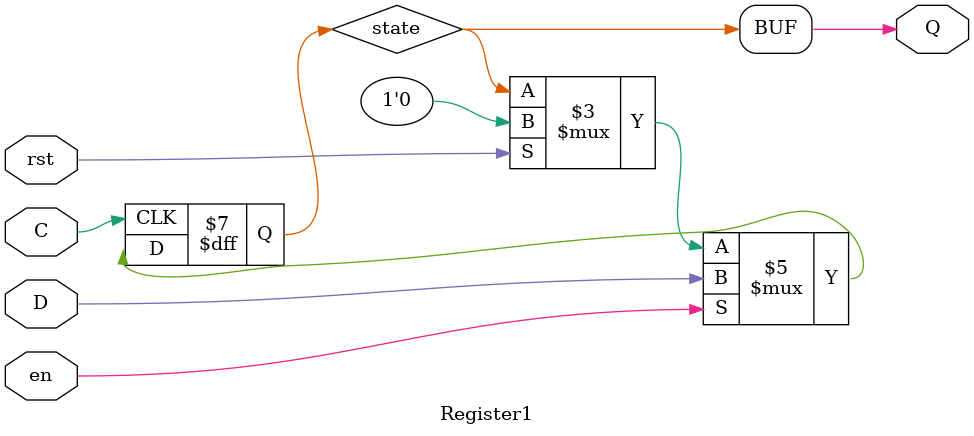
<source format=v>
module Register1
  (
    input D,
    input C,
    input en,
    input rst,
    output Q
  );

  reg  state = 'h0;

  assign Q = state;

  always @ (posedge C)
  begin

    if(rst)
    begin
      state <= 1'h0;
    end
    if (en)
      state <= D;

  end
endmodule

</source>
